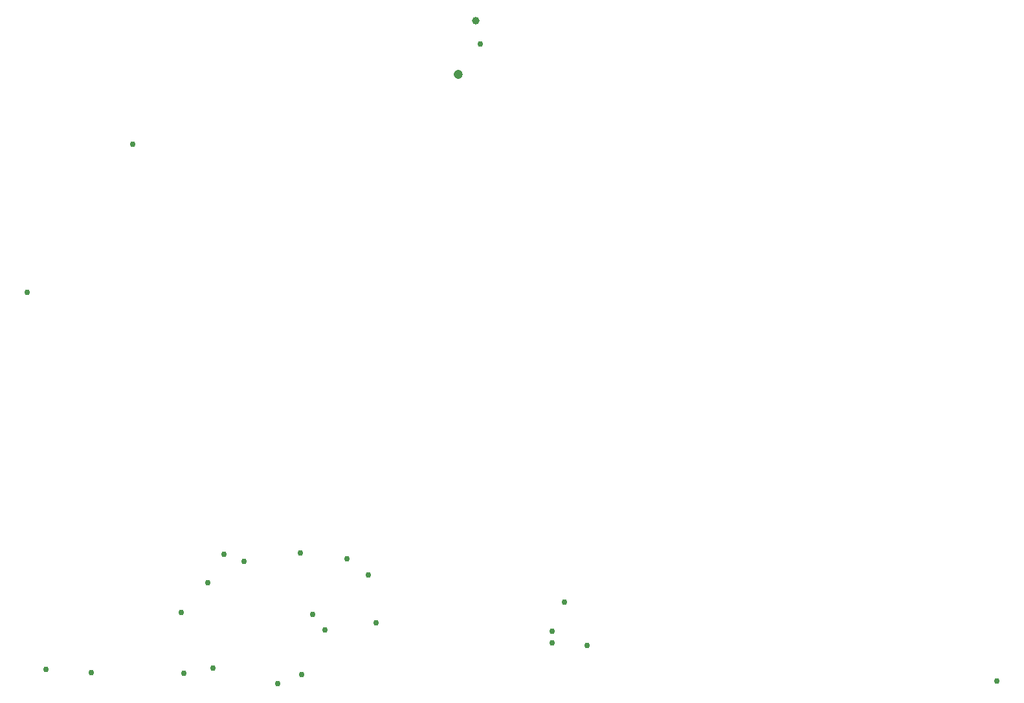
<source format=gbr>
G04 EAGLE Gerber RS-274X export*
G75*
%MOMM*%
%FSLAX34Y34*%
%LPD*%
%INVias*%
%IPPOS*%
%AMOC8*
5,1,8,0,0,1.08239X$1,22.5*%
G01*
%ADD10C,0.756400*%
%ADD11C,1.206400*%
%ADD12C,1.006400*%


D10*
X1024000Y-212000D03*
X970000Y-903438D03*
X886000Y-405500D03*
X910500Y-898794D03*
X1143000Y-748000D03*
X1243000Y-747000D03*
X1087000Y-824500D03*
X1090500Y-904500D03*
X1244500Y-906000D03*
X1275500Y-847500D03*
X1169500Y-757500D03*
X1478500Y-80000D03*
D11*
X1450000Y-120000D03*
D10*
X1588880Y-811000D03*
X1122193Y-785932D03*
X1128500Y-897000D03*
X1213580Y-917420D03*
X1259500Y-827170D03*
D12*
X1473000Y-49500D03*
D10*
X1618500Y-868000D03*
X1331694Y-775376D03*
X1304000Y-754500D03*
X1342500Y-838500D03*
X1572880Y-849200D03*
X2154500Y-914000D03*
X1572500Y-864500D03*
M02*

</source>
